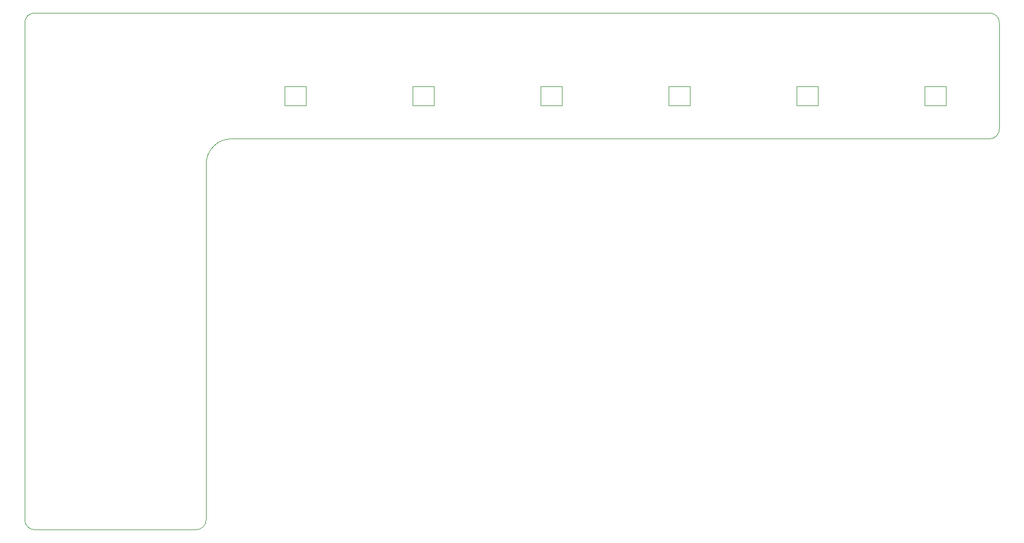
<source format=gm1>
G04 #@! TF.GenerationSoftware,KiCad,Pcbnew,7.0.8*
G04 #@! TF.CreationDate,2023-10-21T22:22:21-07:00*
G04 #@! TF.ProjectId,Seismos_5CoreR,53656973-6d6f-4735-9f35-436f7265522e,rev?*
G04 #@! TF.SameCoordinates,Original*
G04 #@! TF.FileFunction,Profile,NP*
%FSLAX46Y46*%
G04 Gerber Fmt 4.6, Leading zero omitted, Abs format (unit mm)*
G04 Created by KiCad (PCBNEW 7.0.8) date 2023-10-21 22:22:21*
%MOMM*%
%LPD*%
G01*
G04 APERTURE LIST*
G04 #@! TA.AperFunction,Profile*
%ADD10C,0.100000*%
G04 #@! TD*
G04 #@! TA.AperFunction,Profile*
%ADD11C,0.120000*%
G04 #@! TD*
G04 APERTURE END LIST*
D10*
X57366000Y-96500000D02*
X57366000Y-42810000D01*
X55866000Y-98000000D02*
X31500000Y-98000000D01*
X30000000Y-96500000D02*
X30000000Y-21500000D01*
X31500000Y-20000000D02*
G75*
G03*
X30000000Y-21500000I0J-1500000D01*
G01*
X55866000Y-98000000D02*
G75*
G03*
X57366000Y-96500000I0J1500000D01*
G01*
X175500000Y-39000000D02*
X61176000Y-39000000D01*
X175500000Y-39000000D02*
G75*
G03*
X177000000Y-37500000I0J1500000D01*
G01*
X177000000Y-21500000D02*
G75*
G03*
X175500000Y-20000000I-1500000J0D01*
G01*
X30000000Y-96500000D02*
G75*
G03*
X31500000Y-98000000I1500000J0D01*
G01*
X61176000Y-39000000D02*
G75*
G03*
X57366000Y-42810000I0J-3810000D01*
G01*
X31500000Y-20000000D02*
X175500000Y-20000000D01*
X177000000Y-21500000D02*
X177000000Y-37500000D01*
D11*
X69224400Y-33922400D02*
X72424800Y-33922400D01*
X72424800Y-33922400D02*
X72424800Y-31077600D01*
X72424800Y-31077600D02*
X69224400Y-31077600D01*
X69224400Y-31077600D02*
X69224400Y-33922400D01*
X165724400Y-33922400D02*
X168924800Y-33922400D01*
X168924800Y-33922400D02*
X168924800Y-31077600D01*
X168924800Y-31077600D02*
X165724400Y-31077600D01*
X165724400Y-31077600D02*
X165724400Y-33922400D01*
X127124400Y-33922400D02*
X130324800Y-33922400D01*
X130324800Y-33922400D02*
X130324800Y-31077600D01*
X130324800Y-31077600D02*
X127124400Y-31077600D01*
X127124400Y-31077600D02*
X127124400Y-33922400D01*
X107824400Y-33922400D02*
X111024800Y-33922400D01*
X111024800Y-33922400D02*
X111024800Y-31077600D01*
X111024800Y-31077600D02*
X107824400Y-31077600D01*
X107824400Y-31077600D02*
X107824400Y-33922400D01*
X146424400Y-33922400D02*
X149624800Y-33922400D01*
X149624800Y-33922400D02*
X149624800Y-31077600D01*
X149624800Y-31077600D02*
X146424400Y-31077600D01*
X146424400Y-31077600D02*
X146424400Y-33922400D01*
X88524400Y-33922400D02*
X91724800Y-33922400D01*
X91724800Y-33922400D02*
X91724800Y-31077600D01*
X91724800Y-31077600D02*
X88524400Y-31077600D01*
X88524400Y-31077600D02*
X88524400Y-33922400D01*
M02*

</source>
